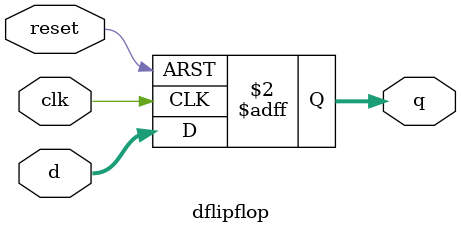
<source format=v>
module dflipflop 
#(parameter WIDTH=8) (
    input clk, reset,
    input [WIDTH-1:0] d,
    output reg [WIDTH-1:0] q
);

always @(posedge clk, posedge reset) begin
    if (reset)  q <= 0;
    else        q <= d;
end

endmodule

</source>
